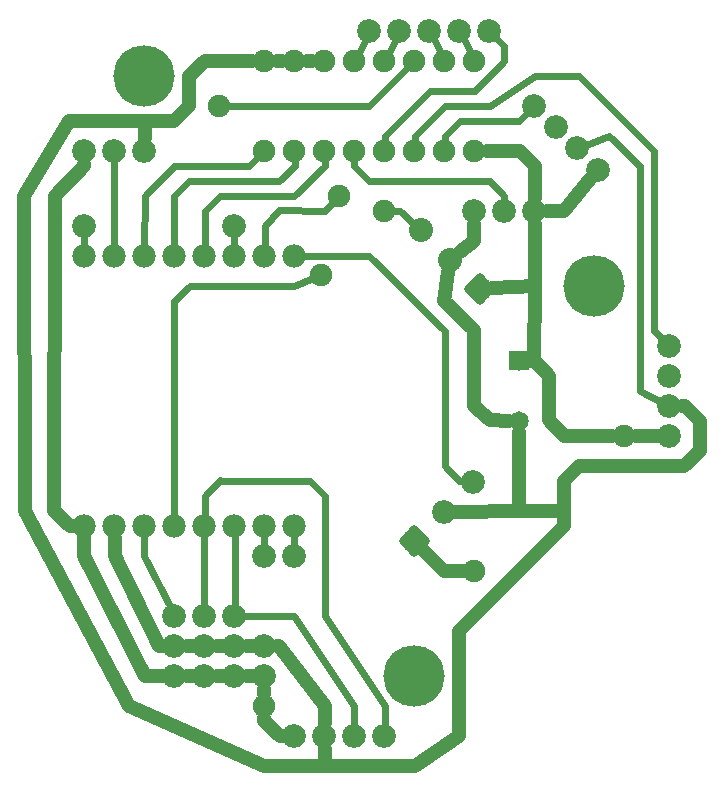
<source format=gbl>
G04 MADE WITH FRITZING*
G04 WWW.FRITZING.ORG*
G04 DOUBLE SIDED*
G04 HOLES PLATED*
G04 CONTOUR ON CENTER OF CONTOUR VECTOR*
%ASAXBY*%
%FSLAX23Y23*%
%MOIN*%
%OFA0B0*%
%SFA1.0B1.0*%
%ADD10C,0.204725*%
%ADD11C,0.075433*%
%ADD12C,0.077778*%
%ADD13C,0.079370*%
%ADD14C,0.080000*%
%ADD15C,0.074803*%
%ADD16C,0.075000*%
%ADD17C,0.065000*%
%ADD18C,0.024000*%
%ADD19C,0.048000*%
%ADD20C,0.020000*%
%ADD21R,0.001000X0.001000*%
%LNCOPPER0*%
G90*
G70*
G54D10*
X1607Y400D03*
X2207Y1700D03*
X707Y2400D03*
G54D11*
X1807Y750D03*
X2307Y1200D03*
X1107Y300D03*
X1357Y2000D03*
X957Y2300D03*
G54D12*
X1207Y1800D03*
X1107Y1800D03*
X1007Y1800D03*
X907Y1800D03*
X807Y1800D03*
X707Y1800D03*
X607Y1800D03*
X507Y1800D03*
X507Y900D03*
X607Y900D03*
X707Y900D03*
X807Y900D03*
X907Y900D03*
X1007Y900D03*
X1107Y900D03*
X1207Y900D03*
G54D13*
X1607Y850D03*
X1705Y948D03*
X1802Y1045D03*
G54D14*
X1824Y1691D03*
X1726Y1788D03*
X1629Y1886D03*
G54D13*
X1857Y2550D03*
X1757Y2550D03*
X1657Y2550D03*
X1557Y2550D03*
X1457Y2550D03*
X1007Y600D03*
X907Y600D03*
X1507Y200D03*
X1407Y200D03*
X1307Y200D03*
X1207Y200D03*
X2457Y1500D03*
X2457Y1400D03*
X2457Y1300D03*
X2457Y1200D03*
X2007Y2300D03*
X2078Y2230D03*
X2149Y2159D03*
X2220Y2088D03*
X1107Y400D03*
X1007Y400D03*
X907Y400D03*
X807Y400D03*
X2007Y1950D03*
X1907Y1950D03*
X1807Y1950D03*
X507Y2150D03*
X607Y2150D03*
X707Y2150D03*
X507Y1900D03*
X807Y500D03*
X907Y500D03*
X1007Y500D03*
X1107Y500D03*
X1007Y1900D03*
X807Y600D03*
X1207Y800D03*
X1107Y800D03*
G54D15*
X1807Y2450D03*
X1707Y2450D03*
X1107Y2450D03*
X1207Y2450D03*
X1307Y2450D03*
X1407Y2450D03*
X1507Y2450D03*
X1607Y2450D03*
X1807Y2150D03*
X1707Y2150D03*
X1107Y2150D03*
X1207Y2150D03*
X1307Y2150D03*
X1407Y2150D03*
X1507Y2150D03*
X1607Y2150D03*
G54D16*
X1507Y1950D03*
X1295Y1738D03*
G54D17*
X1957Y1250D03*
X1957Y1450D03*
G54D18*
X507Y1829D02*
X507Y1869D01*
G54D19*
D02*
X2267Y1200D02*
X2107Y1201D01*
D02*
X2056Y1252D02*
X2056Y1401D01*
D02*
X2056Y1401D02*
X2009Y1449D01*
D02*
X2009Y1449D02*
X1993Y1449D01*
D02*
X2107Y1201D02*
X2056Y1252D01*
G54D18*
D02*
X1858Y2051D02*
X1907Y1999D01*
D02*
X1407Y2100D02*
X1457Y2049D01*
D02*
X1907Y1999D02*
X1907Y1981D01*
D02*
X1457Y2049D02*
X1858Y2051D01*
D02*
X1407Y2120D02*
X1407Y2100D01*
G54D19*
D02*
X459Y899D02*
X467Y899D01*
D02*
X506Y2099D02*
X409Y1999D01*
D02*
X406Y951D02*
X459Y899D01*
D02*
X409Y1999D02*
X406Y951D01*
D02*
X507Y2108D02*
X506Y2099D01*
G54D18*
D02*
X607Y1829D02*
X607Y2119D01*
G54D19*
D02*
X856Y2400D02*
X856Y2301D01*
D02*
X807Y2251D02*
X708Y2251D01*
D02*
X909Y2449D02*
X856Y2400D01*
D02*
X856Y2301D02*
X807Y2251D01*
D02*
X1066Y2450D02*
X909Y2449D01*
D02*
X1706Y749D02*
X1637Y820D01*
D02*
X1768Y750D02*
X1706Y749D01*
D02*
X1957Y949D02*
X1957Y1214D01*
D02*
X1747Y948D02*
X1957Y949D01*
D02*
X2008Y1908D02*
X2008Y1700D01*
D02*
X1107Y358D02*
X1107Y340D01*
D02*
X2106Y949D02*
X1957Y949D01*
D02*
X1959Y2149D02*
X1849Y2150D01*
D02*
X2008Y2100D02*
X1959Y2149D01*
D02*
X2008Y1992D02*
X2008Y2100D01*
D02*
X2107Y899D02*
X1757Y549D01*
D02*
X1757Y549D02*
X1757Y199D01*
D02*
X1608Y100D02*
X1308Y100D01*
D02*
X1308Y100D02*
X1107Y100D01*
D02*
X1757Y199D02*
X1608Y100D01*
D02*
X657Y301D02*
X308Y951D01*
D02*
X708Y2251D02*
X708Y2192D01*
D02*
X307Y1999D02*
X457Y2251D01*
D02*
X457Y2251D02*
X708Y2251D01*
D02*
X308Y951D02*
X307Y1999D01*
D02*
X1107Y100D02*
X657Y301D01*
D02*
X2106Y949D02*
X2107Y899D01*
D02*
X507Y800D02*
X507Y860D01*
D02*
X766Y400D02*
X708Y401D01*
D02*
X708Y401D02*
X507Y800D01*
D02*
X1806Y1849D02*
X1807Y1908D01*
D02*
X1760Y1814D02*
X1806Y1849D01*
D02*
X1866Y1693D02*
X2008Y1700D01*
D02*
X2007Y1450D02*
X1993Y1450D01*
D02*
X2008Y1700D02*
X2007Y1450D01*
D02*
X1859Y1252D02*
X1806Y1301D01*
D02*
X1806Y1301D02*
X1806Y1552D01*
D02*
X1806Y1552D02*
X1707Y1651D01*
D02*
X1707Y1651D02*
X1720Y1746D01*
D02*
X1921Y1251D02*
X1859Y1252D01*
G54D18*
D02*
X1559Y1951D02*
X1606Y1907D01*
D02*
X1536Y1951D02*
X1559Y1951D01*
D02*
X1107Y831D02*
X1107Y871D01*
D02*
X1207Y831D02*
X1207Y871D01*
G54D19*
D02*
X1266Y2450D02*
X1249Y2450D01*
G54D18*
D02*
X1444Y2523D02*
X1421Y2477D01*
D02*
X1544Y2523D02*
X1521Y2477D01*
D02*
X1808Y2349D02*
X1659Y2349D01*
D02*
X1659Y2349D02*
X1509Y2200D01*
D02*
X1509Y2200D02*
X1508Y2181D01*
D02*
X1907Y2451D02*
X1808Y2349D01*
D02*
X1907Y2499D02*
X1907Y2451D01*
D02*
X1879Y2528D02*
X1907Y2499D01*
D02*
X1771Y2523D02*
X1794Y2477D01*
D02*
X1671Y2523D02*
X1694Y2477D01*
D02*
X858Y1700D02*
X807Y1650D01*
D02*
X807Y1650D02*
X807Y929D01*
D02*
X1206Y1700D02*
X858Y1700D01*
D02*
X1269Y1727D02*
X1206Y1700D01*
D02*
X707Y800D02*
X707Y871D01*
D02*
X794Y628D02*
X707Y800D01*
D02*
X1709Y1550D02*
X1709Y1100D01*
D02*
X1709Y1100D02*
X1757Y1049D01*
D02*
X1757Y1049D02*
X1772Y1048D01*
D02*
X1456Y1799D02*
X1709Y1550D01*
D02*
X1237Y1800D02*
X1456Y1799D01*
D02*
X1759Y2251D02*
X1709Y2201D01*
D02*
X1956Y2251D02*
X1759Y2251D01*
D02*
X1709Y2201D02*
X1708Y2181D01*
D02*
X1985Y2279D02*
X1956Y2251D01*
D02*
X1608Y2201D02*
X1608Y2181D01*
D02*
X2008Y2400D02*
X1859Y2301D01*
D02*
X2406Y1551D02*
X2407Y2149D01*
D02*
X2407Y2149D02*
X2156Y2400D01*
D02*
X2156Y2400D02*
X2008Y2400D01*
D02*
X1859Y2301D02*
X1709Y2301D01*
D02*
X1709Y2301D02*
X1608Y2201D01*
D02*
X2435Y1522D02*
X2406Y1551D01*
G54D19*
D02*
X2357Y1199D02*
X2416Y1200D01*
D02*
X2347Y1200D02*
X2357Y1199D01*
D02*
X2106Y1951D02*
X2049Y1950D01*
D02*
X2193Y2056D02*
X2106Y1951D01*
G54D18*
D02*
X2358Y2101D02*
X2358Y1350D01*
D02*
X2358Y1350D02*
X2457Y1300D01*
D02*
X2457Y1300D02*
X2438Y1276D01*
D02*
X2256Y2200D02*
X2358Y2101D01*
D02*
X2178Y2170D02*
X2256Y2200D01*
G54D19*
D02*
X2106Y1049D02*
X2156Y1099D01*
D02*
X2156Y1099D02*
X2507Y1101D01*
D02*
X2507Y1101D02*
X2559Y1150D01*
D02*
X2559Y1150D02*
X2559Y1249D01*
D02*
X2559Y1249D02*
X2508Y1299D01*
D02*
X2508Y1299D02*
X2499Y1300D01*
D02*
X2106Y949D02*
X2106Y1049D01*
D02*
X1107Y249D02*
X1107Y260D01*
D02*
X1158Y201D02*
X1107Y249D01*
D02*
X1166Y201D02*
X1158Y201D01*
D02*
X1156Y501D02*
X1308Y301D01*
D02*
X1308Y301D02*
X1308Y242D01*
D02*
X1149Y501D02*
X1156Y501D01*
G54D18*
D02*
X1407Y301D02*
X1407Y231D01*
D02*
X1207Y600D02*
X1407Y301D01*
D02*
X1038Y600D02*
X1207Y600D01*
D02*
X1508Y301D02*
X1508Y231D01*
D02*
X1309Y600D02*
X1508Y301D01*
D02*
X908Y1001D02*
X959Y1052D01*
D02*
X1309Y1001D02*
X1309Y600D01*
D02*
X959Y1051D02*
X1258Y1051D01*
D02*
X908Y929D02*
X908Y1001D01*
D02*
X1258Y1051D02*
X1309Y1001D01*
G54D19*
D02*
X1308Y100D02*
X1308Y158D01*
G54D18*
D02*
X1007Y1869D02*
X1007Y1829D01*
G54D19*
D02*
X849Y500D02*
X866Y500D01*
D02*
X866Y400D02*
X849Y400D01*
D02*
X1066Y400D02*
X1049Y400D01*
D02*
X1049Y500D02*
X1066Y500D01*
D02*
X949Y500D02*
X966Y500D01*
D02*
X966Y400D02*
X949Y400D01*
D02*
X757Y499D02*
X766Y500D01*
D02*
X608Y860D02*
X609Y800D01*
D02*
X609Y800D02*
X757Y499D01*
G54D18*
D02*
X907Y650D02*
X907Y871D01*
D02*
X907Y631D02*
X907Y650D01*
D02*
X1008Y631D02*
X1008Y650D01*
D02*
X1008Y650D02*
X1008Y871D01*
D02*
X708Y2000D02*
X807Y2100D01*
D02*
X707Y1829D02*
X708Y2000D01*
D02*
X1057Y2100D02*
X1086Y2129D01*
D02*
X807Y2100D02*
X1057Y2100D01*
D02*
X807Y1829D02*
X807Y2000D01*
D02*
X857Y2050D02*
X1156Y2050D01*
D02*
X807Y2000D02*
X857Y2050D01*
D02*
X1156Y2050D02*
X1208Y2099D01*
D02*
X1208Y2099D02*
X1208Y2120D01*
D02*
X908Y1951D02*
X908Y1829D01*
D02*
X958Y2000D02*
X908Y1951D01*
D02*
X1206Y2001D02*
X958Y2000D01*
D02*
X1308Y2120D02*
X1308Y2099D01*
D02*
X1308Y2099D02*
X1206Y2001D01*
D02*
X1457Y2299D02*
X986Y2300D01*
D02*
X1586Y2429D02*
X1457Y2299D01*
D02*
X1108Y1901D02*
X1108Y1829D01*
D02*
X1308Y1951D02*
X1156Y1952D01*
D02*
X1337Y1980D02*
X1308Y1951D01*
D02*
X1156Y1952D02*
X1108Y1901D01*
G54D19*
D02*
X1166Y2450D02*
X1149Y2450D01*
G54D20*
X1565Y850D02*
X1607Y892D01*
X1649Y850D01*
X1607Y808D01*
X1565Y850D01*
D02*
X1824Y1648D02*
X1781Y1691D01*
X1824Y1733D01*
X1866Y1691D01*
X1824Y1648D01*
D02*
G54D21*
X1924Y1483D02*
X1988Y1483D01*
X1924Y1482D02*
X1988Y1482D01*
X1924Y1481D02*
X1988Y1481D01*
X1924Y1480D02*
X1988Y1480D01*
X1924Y1479D02*
X1988Y1479D01*
X1924Y1478D02*
X1988Y1478D01*
X1924Y1477D02*
X1988Y1477D01*
X1924Y1476D02*
X1988Y1476D01*
X1924Y1475D02*
X1988Y1475D01*
X1924Y1474D02*
X1988Y1474D01*
X1924Y1473D02*
X1988Y1473D01*
X1924Y1472D02*
X1988Y1472D01*
X1924Y1471D02*
X1988Y1471D01*
X1924Y1470D02*
X1988Y1470D01*
X1924Y1469D02*
X1988Y1469D01*
X1924Y1468D02*
X1988Y1468D01*
X1924Y1467D02*
X1988Y1467D01*
X1924Y1466D02*
X1988Y1466D01*
X1924Y1465D02*
X1988Y1465D01*
X1924Y1464D02*
X1951Y1464D01*
X1962Y1464D02*
X1988Y1464D01*
X1924Y1463D02*
X1949Y1463D01*
X1964Y1463D02*
X1988Y1463D01*
X1924Y1462D02*
X1947Y1462D01*
X1965Y1462D02*
X1988Y1462D01*
X1924Y1461D02*
X1946Y1461D01*
X1966Y1461D02*
X1988Y1461D01*
X1924Y1460D02*
X1945Y1460D01*
X1967Y1460D02*
X1988Y1460D01*
X1924Y1459D02*
X1944Y1459D01*
X1968Y1459D02*
X1988Y1459D01*
X1924Y1458D02*
X1944Y1458D01*
X1969Y1458D02*
X1988Y1458D01*
X1924Y1457D02*
X1943Y1457D01*
X1969Y1457D02*
X1988Y1457D01*
X1924Y1456D02*
X1943Y1456D01*
X1970Y1456D02*
X1988Y1456D01*
X1924Y1455D02*
X1943Y1455D01*
X1970Y1455D02*
X1988Y1455D01*
X1924Y1454D02*
X1942Y1454D01*
X1970Y1454D02*
X1988Y1454D01*
X1924Y1453D02*
X1942Y1453D01*
X1970Y1453D02*
X1988Y1453D01*
X1924Y1452D02*
X1942Y1452D01*
X1970Y1452D02*
X1988Y1452D01*
X1924Y1451D02*
X1942Y1451D01*
X1971Y1451D02*
X1988Y1451D01*
X1924Y1450D02*
X1942Y1450D01*
X1970Y1450D02*
X1988Y1450D01*
X1924Y1449D02*
X1942Y1449D01*
X1970Y1449D02*
X1988Y1449D01*
X1924Y1448D02*
X1942Y1448D01*
X1970Y1448D02*
X1988Y1448D01*
X1924Y1447D02*
X1943Y1447D01*
X1970Y1447D02*
X1988Y1447D01*
X1924Y1446D02*
X1943Y1446D01*
X1969Y1446D02*
X1988Y1446D01*
X1924Y1445D02*
X1944Y1445D01*
X1969Y1445D02*
X1988Y1445D01*
X1924Y1444D02*
X1944Y1444D01*
X1968Y1444D02*
X1988Y1444D01*
X1924Y1443D02*
X1945Y1443D01*
X1968Y1443D02*
X1988Y1443D01*
X1924Y1442D02*
X1946Y1442D01*
X1967Y1442D02*
X1988Y1442D01*
X1924Y1441D02*
X1947Y1441D01*
X1966Y1441D02*
X1988Y1441D01*
X1924Y1440D02*
X1948Y1440D01*
X1965Y1440D02*
X1988Y1440D01*
X1924Y1439D02*
X1950Y1439D01*
X1963Y1439D02*
X1988Y1439D01*
X1924Y1438D02*
X1952Y1438D01*
X1960Y1438D02*
X1988Y1438D01*
X1924Y1437D02*
X1988Y1437D01*
X1924Y1436D02*
X1988Y1436D01*
X1924Y1435D02*
X1988Y1435D01*
X1924Y1434D02*
X1988Y1434D01*
X1924Y1433D02*
X1988Y1433D01*
X1924Y1432D02*
X1988Y1432D01*
X1924Y1431D02*
X1988Y1431D01*
X1924Y1430D02*
X1988Y1430D01*
X1924Y1429D02*
X1988Y1429D01*
X1924Y1428D02*
X1988Y1428D01*
X1924Y1427D02*
X1988Y1427D01*
X1924Y1426D02*
X1988Y1426D01*
X1924Y1425D02*
X1988Y1425D01*
X1924Y1424D02*
X1988Y1424D01*
X1924Y1423D02*
X1988Y1423D01*
X1924Y1422D02*
X1988Y1422D01*
X1924Y1421D02*
X1988Y1421D01*
X1924Y1420D02*
X1988Y1420D01*
X1924Y1419D02*
X1988Y1419D01*
D02*
G04 End of Copper0*
M02*
</source>
